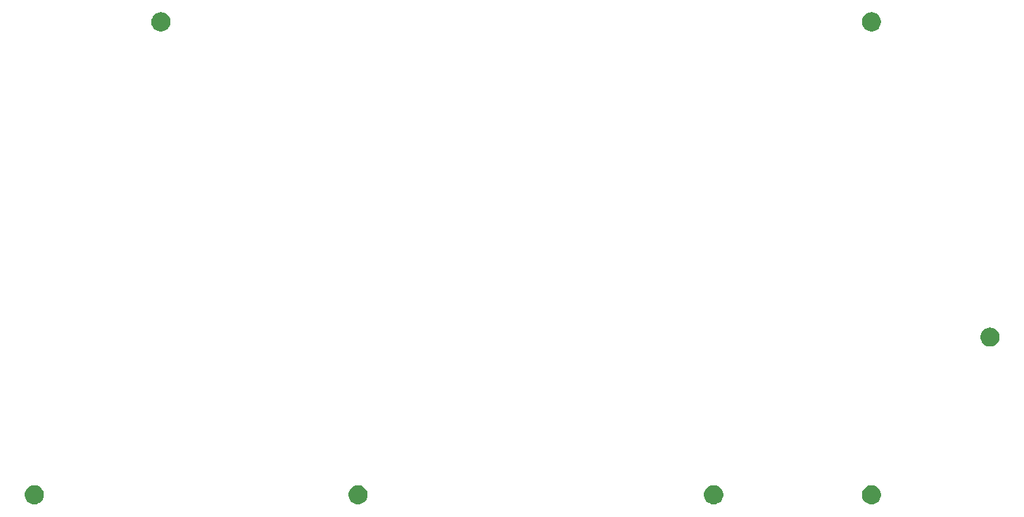
<source format=gts>
G04 #@! TF.GenerationSoftware,KiCad,Pcbnew,5.1.2-f72e74a~84~ubuntu18.04.1*
G04 #@! TF.CreationDate,2019-06-17T18:25:39+09:00*
G04 #@! TF.ProjectId,left-bottom,6c656674-2d62-46f7-9474-6f6d2e6b6963,rev?*
G04 #@! TF.SameCoordinates,Original*
G04 #@! TF.FileFunction,Soldermask,Top*
G04 #@! TF.FilePolarity,Negative*
%FSLAX46Y46*%
G04 Gerber Fmt 4.6, Leading zero omitted, Abs format (unit mm)*
G04 Created by KiCad (PCBNEW 5.1.2-f72e74a~84~ubuntu18.04.1) date 2019-06-17 18:25:39*
%MOMM*%
%LPD*%
G04 APERTURE LIST*
%ADD10C,0.100000*%
G04 APERTURE END LIST*
D10*
G36*
X185474549Y-131871116D02*
G01*
X185585734Y-131893232D01*
X185795203Y-131979997D01*
X185983720Y-132105960D01*
X186144040Y-132266280D01*
X186270003Y-132454797D01*
X186356768Y-132664266D01*
X186401000Y-132886636D01*
X186401000Y-133113364D01*
X186356768Y-133335734D01*
X186270003Y-133545203D01*
X186144040Y-133733720D01*
X185983720Y-133894040D01*
X185795203Y-134020003D01*
X185585734Y-134106768D01*
X185474549Y-134128884D01*
X185363365Y-134151000D01*
X185136635Y-134151000D01*
X185025451Y-134128884D01*
X184914266Y-134106768D01*
X184704797Y-134020003D01*
X184516280Y-133894040D01*
X184355960Y-133733720D01*
X184229997Y-133545203D01*
X184143232Y-133335734D01*
X184099000Y-133113364D01*
X184099000Y-132886636D01*
X184143232Y-132664266D01*
X184229997Y-132454797D01*
X184355960Y-132266280D01*
X184516280Y-132105960D01*
X184704797Y-131979997D01*
X184914266Y-131893232D01*
X185025451Y-131871116D01*
X185136635Y-131849000D01*
X185363365Y-131849000D01*
X185474549Y-131871116D01*
X185474549Y-131871116D01*
G37*
G36*
X166474549Y-131871116D02*
G01*
X166585734Y-131893232D01*
X166795203Y-131979997D01*
X166983720Y-132105960D01*
X167144040Y-132266280D01*
X167270003Y-132454797D01*
X167356768Y-132664266D01*
X167401000Y-132886636D01*
X167401000Y-133113364D01*
X167356768Y-133335734D01*
X167270003Y-133545203D01*
X167144040Y-133733720D01*
X166983720Y-133894040D01*
X166795203Y-134020003D01*
X166585734Y-134106768D01*
X166474549Y-134128884D01*
X166363365Y-134151000D01*
X166136635Y-134151000D01*
X166025451Y-134128884D01*
X165914266Y-134106768D01*
X165704797Y-134020003D01*
X165516280Y-133894040D01*
X165355960Y-133733720D01*
X165229997Y-133545203D01*
X165143232Y-133335734D01*
X165099000Y-133113364D01*
X165099000Y-132886636D01*
X165143232Y-132664266D01*
X165229997Y-132454797D01*
X165355960Y-132266280D01*
X165516280Y-132105960D01*
X165704797Y-131979997D01*
X165914266Y-131893232D01*
X166025451Y-131871116D01*
X166136635Y-131849000D01*
X166363365Y-131849000D01*
X166474549Y-131871116D01*
X166474549Y-131871116D01*
G37*
G36*
X123699549Y-131871116D02*
G01*
X123810734Y-131893232D01*
X124020203Y-131979997D01*
X124208720Y-132105960D01*
X124369040Y-132266280D01*
X124495003Y-132454797D01*
X124581768Y-132664266D01*
X124626000Y-132886636D01*
X124626000Y-133113364D01*
X124581768Y-133335734D01*
X124495003Y-133545203D01*
X124369040Y-133733720D01*
X124208720Y-133894040D01*
X124020203Y-134020003D01*
X123810734Y-134106768D01*
X123699549Y-134128884D01*
X123588365Y-134151000D01*
X123361635Y-134151000D01*
X123250451Y-134128884D01*
X123139266Y-134106768D01*
X122929797Y-134020003D01*
X122741280Y-133894040D01*
X122580960Y-133733720D01*
X122454997Y-133545203D01*
X122368232Y-133335734D01*
X122324000Y-133113364D01*
X122324000Y-132886636D01*
X122368232Y-132664266D01*
X122454997Y-132454797D01*
X122580960Y-132266280D01*
X122741280Y-132105960D01*
X122929797Y-131979997D01*
X123139266Y-131893232D01*
X123250451Y-131871116D01*
X123361635Y-131849000D01*
X123588365Y-131849000D01*
X123699549Y-131871116D01*
X123699549Y-131871116D01*
G37*
G36*
X84759549Y-131871116D02*
G01*
X84870734Y-131893232D01*
X85080203Y-131979997D01*
X85268720Y-132105960D01*
X85429040Y-132266280D01*
X85555003Y-132454797D01*
X85641768Y-132664266D01*
X85686000Y-132886636D01*
X85686000Y-133113364D01*
X85641768Y-133335734D01*
X85555003Y-133545203D01*
X85429040Y-133733720D01*
X85268720Y-133894040D01*
X85080203Y-134020003D01*
X84870734Y-134106768D01*
X84759549Y-134128884D01*
X84648365Y-134151000D01*
X84421635Y-134151000D01*
X84310451Y-134128884D01*
X84199266Y-134106768D01*
X83989797Y-134020003D01*
X83801280Y-133894040D01*
X83640960Y-133733720D01*
X83514997Y-133545203D01*
X83428232Y-133335734D01*
X83384000Y-133113364D01*
X83384000Y-132886636D01*
X83428232Y-132664266D01*
X83514997Y-132454797D01*
X83640960Y-132266280D01*
X83801280Y-132105960D01*
X83989797Y-131979997D01*
X84199266Y-131893232D01*
X84310451Y-131871116D01*
X84421635Y-131849000D01*
X84648365Y-131849000D01*
X84759549Y-131871116D01*
X84759549Y-131871116D01*
G37*
G36*
X199724549Y-112871116D02*
G01*
X199835734Y-112893232D01*
X200045203Y-112979997D01*
X200233720Y-113105960D01*
X200394040Y-113266280D01*
X200520003Y-113454797D01*
X200606768Y-113664266D01*
X200651000Y-113886636D01*
X200651000Y-114113364D01*
X200606768Y-114335734D01*
X200520003Y-114545203D01*
X200394040Y-114733720D01*
X200233720Y-114894040D01*
X200045203Y-115020003D01*
X199835734Y-115106768D01*
X199724549Y-115128884D01*
X199613365Y-115151000D01*
X199386635Y-115151000D01*
X199275451Y-115128884D01*
X199164266Y-115106768D01*
X198954797Y-115020003D01*
X198766280Y-114894040D01*
X198605960Y-114733720D01*
X198479997Y-114545203D01*
X198393232Y-114335734D01*
X198349000Y-114113364D01*
X198349000Y-113886636D01*
X198393232Y-113664266D01*
X198479997Y-113454797D01*
X198605960Y-113266280D01*
X198766280Y-113105960D01*
X198954797Y-112979997D01*
X199164266Y-112893232D01*
X199275451Y-112871116D01*
X199386635Y-112849000D01*
X199613365Y-112849000D01*
X199724549Y-112871116D01*
X199724549Y-112871116D01*
G37*
G36*
X185474549Y-74871116D02*
G01*
X185585734Y-74893232D01*
X185795203Y-74979997D01*
X185983720Y-75105960D01*
X186144040Y-75266280D01*
X186270003Y-75454797D01*
X186356768Y-75664266D01*
X186401000Y-75886636D01*
X186401000Y-76113364D01*
X186356768Y-76335734D01*
X186270003Y-76545203D01*
X186144040Y-76733720D01*
X185983720Y-76894040D01*
X185795203Y-77020003D01*
X185585734Y-77106768D01*
X185474549Y-77128884D01*
X185363365Y-77151000D01*
X185136635Y-77151000D01*
X185025451Y-77128884D01*
X184914266Y-77106768D01*
X184704797Y-77020003D01*
X184516280Y-76894040D01*
X184355960Y-76733720D01*
X184229997Y-76545203D01*
X184143232Y-76335734D01*
X184099000Y-76113364D01*
X184099000Y-75886636D01*
X184143232Y-75664266D01*
X184229997Y-75454797D01*
X184355960Y-75266280D01*
X184516280Y-75105960D01*
X184704797Y-74979997D01*
X184914266Y-74893232D01*
X185025451Y-74871116D01*
X185136635Y-74849000D01*
X185363365Y-74849000D01*
X185474549Y-74871116D01*
X185474549Y-74871116D01*
G37*
G36*
X99974549Y-74871116D02*
G01*
X100085734Y-74893232D01*
X100295203Y-74979997D01*
X100483720Y-75105960D01*
X100644040Y-75266280D01*
X100770003Y-75454797D01*
X100856768Y-75664266D01*
X100901000Y-75886636D01*
X100901000Y-76113364D01*
X100856768Y-76335734D01*
X100770003Y-76545203D01*
X100644040Y-76733720D01*
X100483720Y-76894040D01*
X100295203Y-77020003D01*
X100085734Y-77106768D01*
X99974549Y-77128884D01*
X99863365Y-77151000D01*
X99636635Y-77151000D01*
X99525451Y-77128884D01*
X99414266Y-77106768D01*
X99204797Y-77020003D01*
X99016280Y-76894040D01*
X98855960Y-76733720D01*
X98729997Y-76545203D01*
X98643232Y-76335734D01*
X98599000Y-76113364D01*
X98599000Y-75886636D01*
X98643232Y-75664266D01*
X98729997Y-75454797D01*
X98855960Y-75266280D01*
X99016280Y-75105960D01*
X99204797Y-74979997D01*
X99414266Y-74893232D01*
X99525451Y-74871116D01*
X99636635Y-74849000D01*
X99863365Y-74849000D01*
X99974549Y-74871116D01*
X99974549Y-74871116D01*
G37*
M02*

</source>
